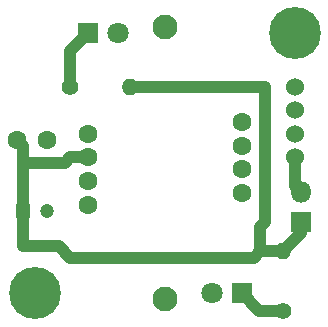
<source format=gtl>
G04 #@! TF.FileFunction,Copper,L1,Top,Signal*
%FSLAX46Y46*%
G04 Gerber Fmt 4.6, Leading zero omitted, Abs format (unit mm)*
G04 Created by KiCad (PCBNEW 4.0.7-e2-6376~58~ubuntu16.04.1) date Mon May 21 22:34:23 2018*
%MOMM*%
%LPD*%
G01*
G04 APERTURE LIST*
%ADD10C,0.100000*%
%ADD11C,2.100000*%
%ADD12C,1.600000*%
%ADD13R,1.200000X1.200000*%
%ADD14C,1.200000*%
%ADD15R,1.800000X1.800000*%
%ADD16C,1.800000*%
%ADD17O,1.800000X1.800000*%
%ADD18C,4.400000*%
%ADD19C,1.400000*%
%ADD20O,1.400000X1.400000*%
%ADD21C,1.524000*%
%ADD22C,1.000000*%
%ADD23C,0.250000*%
G04 APERTURE END LIST*
D10*
D11*
X168000000Y-95750000D03*
X168000000Y-72750000D03*
D12*
X155500000Y-82250000D03*
X158000000Y-82250000D03*
D13*
X156000000Y-88250000D03*
D14*
X158000000Y-88250000D03*
D15*
X174500000Y-95250000D03*
D16*
X171960000Y-95250000D03*
D15*
X161500000Y-73250000D03*
D16*
X164040000Y-73250000D03*
D15*
X179500000Y-89250000D03*
D17*
X179500000Y-86710000D03*
D18*
X157000000Y-95250000D03*
X179000000Y-73250000D03*
D19*
X178000000Y-96750000D03*
D20*
X178000000Y-91670000D03*
D19*
X160000000Y-77750000D03*
D20*
X165080000Y-77750000D03*
D21*
X179000000Y-83750000D03*
X179000000Y-81750000D03*
X179000000Y-79750000D03*
X179000000Y-77750000D03*
D12*
X161500000Y-87750000D03*
X161500000Y-85750000D03*
X161500000Y-83750000D03*
X161500000Y-81750000D03*
X174500000Y-86750000D03*
X174500000Y-84750000D03*
X174500000Y-82750000D03*
X174500000Y-80750000D03*
D22*
X165080000Y-77750000D02*
X166500000Y-77750000D01*
X176080000Y-89670000D02*
X176500000Y-89250000D01*
X176500000Y-89250000D02*
X176500000Y-77750000D01*
X176500000Y-77750000D02*
X166500000Y-77750000D01*
X176080000Y-89670000D02*
X176080000Y-91670000D01*
X160000000Y-92250000D02*
X159000000Y-91250000D01*
X176080000Y-91670000D02*
X175500000Y-92250000D01*
X175500000Y-92250000D02*
X160000000Y-92250000D01*
X178000000Y-91670000D02*
X176080000Y-91670000D01*
X156000000Y-91250000D02*
X156000000Y-88250000D01*
X159000000Y-91250000D02*
X156000000Y-91250000D01*
X179500000Y-89250000D02*
X179500000Y-90170000D01*
X179500000Y-90170000D02*
X178000000Y-91670000D01*
X161500000Y-83750000D02*
X160000000Y-83750000D01*
X159500000Y-84250000D02*
X156000000Y-84250000D01*
X160000000Y-83750000D02*
X159500000Y-84250000D01*
X156000000Y-88250000D02*
X156000000Y-84250000D01*
X156000000Y-84250000D02*
X156000000Y-82750000D01*
X156000000Y-82750000D02*
X155500000Y-82250000D01*
D23*
X155500000Y-82250000D02*
X155500000Y-82750000D01*
X155500000Y-87750000D02*
X156000000Y-88250000D01*
D22*
X178000000Y-96750000D02*
X176000000Y-96750000D01*
X176000000Y-96750000D02*
X174500000Y-95250000D01*
X160000000Y-77750000D02*
X160000000Y-74750000D01*
X160000000Y-74750000D02*
X161500000Y-73250000D01*
X179000000Y-83750000D02*
X179000000Y-86210000D01*
X179000000Y-86210000D02*
X179500000Y-86710000D01*
M02*

</source>
